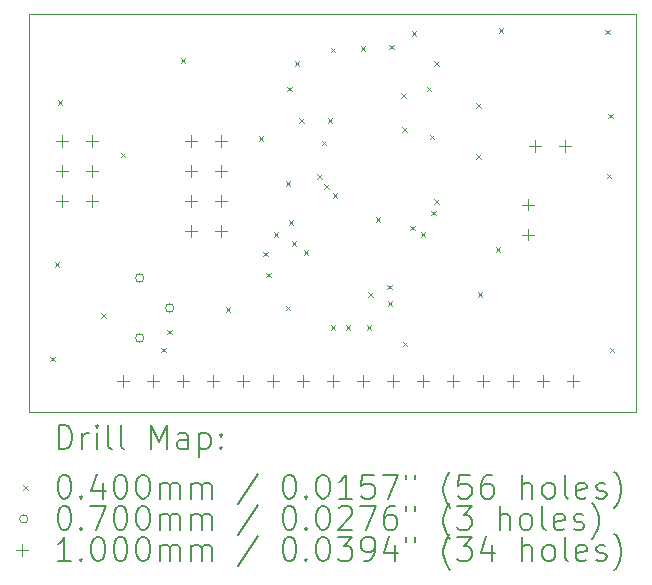
<source format=gbr>
%TF.GenerationSoftware,KiCad,Pcbnew,7.0.7*%
%TF.CreationDate,2023-10-10T15:44:54+02:00*%
%TF.ProjectId,EcranLCD_Schema_V1.2,45637261-6e4c-4434-945f-536368656d61,rev?*%
%TF.SameCoordinates,Original*%
%TF.FileFunction,Drillmap*%
%TF.FilePolarity,Positive*%
%FSLAX45Y45*%
G04 Gerber Fmt 4.5, Leading zero omitted, Abs format (unit mm)*
G04 Created by KiCad (PCBNEW 7.0.7) date 2023-10-10 15:44:54*
%MOMM*%
%LPD*%
G01*
G04 APERTURE LIST*
%ADD10C,0.100000*%
%ADD11C,0.200000*%
%ADD12C,0.040000*%
%ADD13C,0.070000*%
G04 APERTURE END LIST*
D10*
X11239500Y-5346700D02*
X16383000Y-5346700D01*
X16383000Y-8712200D01*
X11239500Y-8712200D01*
X11239500Y-5346700D01*
D11*
D12*
X11422700Y-8247700D02*
X11462700Y-8287700D01*
X11462700Y-8247700D02*
X11422700Y-8287700D01*
X11460800Y-7447600D02*
X11500800Y-7487600D01*
X11500800Y-7447600D02*
X11460800Y-7487600D01*
X11486200Y-6076000D02*
X11526200Y-6116000D01*
X11526200Y-6076000D02*
X11486200Y-6116000D01*
X11854500Y-7879400D02*
X11894500Y-7919400D01*
X11894500Y-7879400D02*
X11854500Y-7919400D01*
X12019600Y-6520500D02*
X12059600Y-6560500D01*
X12059600Y-6520500D02*
X12019600Y-6560500D01*
X12362500Y-8171500D02*
X12402500Y-8211500D01*
X12402500Y-8171500D02*
X12362500Y-8211500D01*
X12413300Y-8019100D02*
X12453300Y-8059100D01*
X12453300Y-8019100D02*
X12413300Y-8059100D01*
X12527600Y-5720400D02*
X12567600Y-5760400D01*
X12567600Y-5720400D02*
X12527600Y-5760400D01*
X12908600Y-7828600D02*
X12948600Y-7868600D01*
X12948600Y-7828600D02*
X12908600Y-7868600D01*
X13188000Y-6380800D02*
X13228000Y-6420800D01*
X13228000Y-6380800D02*
X13188000Y-6420800D01*
X13226100Y-7358700D02*
X13266100Y-7398700D01*
X13266100Y-7358700D02*
X13226100Y-7398700D01*
X13254040Y-7536500D02*
X13294040Y-7576500D01*
X13294040Y-7536500D02*
X13254040Y-7576500D01*
X13315000Y-7193600D02*
X13355000Y-7233600D01*
X13355000Y-7193600D02*
X13315000Y-7233600D01*
X13416600Y-6761800D02*
X13456600Y-6801800D01*
X13456600Y-6761800D02*
X13416600Y-6801800D01*
X13416600Y-7815900D02*
X13456600Y-7855900D01*
X13456600Y-7815900D02*
X13416600Y-7855900D01*
X13429300Y-5961700D02*
X13469300Y-6001700D01*
X13469300Y-5961700D02*
X13429300Y-6001700D01*
X13442000Y-7094366D02*
X13482000Y-7134366D01*
X13482000Y-7094366D02*
X13442000Y-7134366D01*
X13467400Y-7269800D02*
X13507400Y-7309800D01*
X13507400Y-7269800D02*
X13467400Y-7309800D01*
X13492800Y-5745800D02*
X13532800Y-5785800D01*
X13532800Y-5745800D02*
X13492800Y-5785800D01*
X13530900Y-6228400D02*
X13570900Y-6268400D01*
X13570900Y-6228400D02*
X13530900Y-6268400D01*
X13569000Y-7346000D02*
X13609000Y-7386000D01*
X13609000Y-7346000D02*
X13569000Y-7386000D01*
X13684578Y-6704129D02*
X13724578Y-6744129D01*
X13724578Y-6704129D02*
X13684578Y-6744129D01*
X13721400Y-6418900D02*
X13761400Y-6458900D01*
X13761400Y-6418900D02*
X13721400Y-6458900D01*
X13740900Y-6786700D02*
X13780900Y-6826700D01*
X13780900Y-6786700D02*
X13740900Y-6826700D01*
X13772200Y-6228400D02*
X13812200Y-6268400D01*
X13812200Y-6228400D02*
X13772200Y-6268400D01*
X13797600Y-5631500D02*
X13837600Y-5671500D01*
X13837600Y-5631500D02*
X13797600Y-5671500D01*
X13797600Y-7981000D02*
X13837600Y-8021000D01*
X13837600Y-7981000D02*
X13797600Y-8021000D01*
X13813400Y-6866200D02*
X13853400Y-6906200D01*
X13853400Y-6866200D02*
X13813400Y-6906200D01*
X13924600Y-7981000D02*
X13964600Y-8021000D01*
X13964600Y-7981000D02*
X13924600Y-8021000D01*
X14051600Y-5618800D02*
X14091600Y-5658800D01*
X14091600Y-5618800D02*
X14051600Y-5658800D01*
X14102400Y-7981000D02*
X14142400Y-8021000D01*
X14142400Y-7981000D02*
X14102400Y-8021000D01*
X14115100Y-7701600D02*
X14155100Y-7741600D01*
X14155100Y-7701600D02*
X14115100Y-7741600D01*
X14178600Y-7066600D02*
X14218600Y-7106600D01*
X14218600Y-7066600D02*
X14178600Y-7106600D01*
X14276450Y-7638100D02*
X14316450Y-7678100D01*
X14316450Y-7638100D02*
X14276450Y-7678100D01*
X14280200Y-7777800D02*
X14320200Y-7817800D01*
X14320200Y-7777800D02*
X14280200Y-7817800D01*
X14292900Y-5606100D02*
X14332900Y-5646100D01*
X14332900Y-5606100D02*
X14292900Y-5646100D01*
X14397040Y-6015040D02*
X14437040Y-6055040D01*
X14437040Y-6015040D02*
X14397040Y-6055040D01*
X14402120Y-6304600D02*
X14442120Y-6344600D01*
X14442120Y-6304600D02*
X14402120Y-6344600D01*
X14407200Y-8120700D02*
X14447200Y-8160700D01*
X14447200Y-8120700D02*
X14407200Y-8160700D01*
X14470700Y-7139050D02*
X14510700Y-7179050D01*
X14510700Y-7139050D02*
X14470700Y-7179050D01*
X14483400Y-5491800D02*
X14523400Y-5531800D01*
X14523400Y-5491800D02*
X14483400Y-5531800D01*
X14559170Y-7194030D02*
X14599170Y-7234030D01*
X14599170Y-7194030D02*
X14559170Y-7234030D01*
X14610400Y-5961700D02*
X14650400Y-6001700D01*
X14650400Y-5961700D02*
X14610400Y-6001700D01*
X14635800Y-6368100D02*
X14675800Y-6408100D01*
X14675800Y-6368100D02*
X14635800Y-6408100D01*
X14646441Y-7010305D02*
X14686441Y-7050305D01*
X14686441Y-7010305D02*
X14646441Y-7050305D01*
X14673900Y-5745800D02*
X14713900Y-5785800D01*
X14713900Y-5745800D02*
X14673900Y-5785800D01*
X14673900Y-6914200D02*
X14713900Y-6954200D01*
X14713900Y-6914200D02*
X14673900Y-6954200D01*
X15029500Y-6101400D02*
X15069500Y-6141400D01*
X15069500Y-6101400D02*
X15029500Y-6141400D01*
X15029500Y-6533200D02*
X15069500Y-6573200D01*
X15069500Y-6533200D02*
X15029500Y-6573200D01*
X15042200Y-7701600D02*
X15082200Y-7741600D01*
X15082200Y-7701600D02*
X15042200Y-7741600D01*
X15194600Y-7320600D02*
X15234600Y-7360600D01*
X15234600Y-7320600D02*
X15194600Y-7360600D01*
X15220000Y-5466400D02*
X15260000Y-5506400D01*
X15260000Y-5466400D02*
X15220000Y-5506400D01*
X16121700Y-5479100D02*
X16161700Y-5519100D01*
X16161700Y-5479100D02*
X16121700Y-5519100D01*
X16134400Y-6698300D02*
X16174400Y-6738300D01*
X16174400Y-6698300D02*
X16134400Y-6738300D01*
X16147100Y-6190300D02*
X16187100Y-6230300D01*
X16187100Y-6190300D02*
X16147100Y-6230300D01*
X16159800Y-8171500D02*
X16199800Y-8211500D01*
X16199800Y-8171500D02*
X16159800Y-8211500D01*
D13*
X12214300Y-7581900D02*
G75*
G03*
X12214300Y-7581900I-35000J0D01*
G01*
X12214300Y-8089900D02*
G75*
G03*
X12214300Y-8089900I-35000J0D01*
G01*
X12468300Y-7835900D02*
G75*
G03*
X12468300Y-7835900I-35000J0D01*
G01*
D10*
X11522000Y-6372000D02*
X11522000Y-6472000D01*
X11472000Y-6422000D02*
X11572000Y-6422000D01*
X11522000Y-6626000D02*
X11522000Y-6726000D01*
X11472000Y-6676000D02*
X11572000Y-6676000D01*
X11522000Y-6880000D02*
X11522000Y-6980000D01*
X11472000Y-6930000D02*
X11572000Y-6930000D01*
X11776000Y-6372000D02*
X11776000Y-6472000D01*
X11726000Y-6422000D02*
X11826000Y-6422000D01*
X11776000Y-6626000D02*
X11776000Y-6726000D01*
X11726000Y-6676000D02*
X11826000Y-6676000D01*
X11776000Y-6880000D02*
X11776000Y-6980000D01*
X11726000Y-6930000D02*
X11826000Y-6930000D01*
X12039600Y-8403120D02*
X12039600Y-8503120D01*
X11989600Y-8453120D02*
X12089600Y-8453120D01*
X12293600Y-8403120D02*
X12293600Y-8503120D01*
X12243600Y-8453120D02*
X12343600Y-8453120D01*
X12547600Y-8403120D02*
X12547600Y-8503120D01*
X12497600Y-8453120D02*
X12597600Y-8453120D01*
X12614200Y-6372000D02*
X12614200Y-6472000D01*
X12564200Y-6422000D02*
X12664200Y-6422000D01*
X12614200Y-6626000D02*
X12614200Y-6726000D01*
X12564200Y-6676000D02*
X12664200Y-6676000D01*
X12614200Y-6880000D02*
X12614200Y-6980000D01*
X12564200Y-6930000D02*
X12664200Y-6930000D01*
X12614200Y-7134000D02*
X12614200Y-7234000D01*
X12564200Y-7184000D02*
X12664200Y-7184000D01*
X12801600Y-8403120D02*
X12801600Y-8503120D01*
X12751600Y-8453120D02*
X12851600Y-8453120D01*
X12868200Y-6372000D02*
X12868200Y-6472000D01*
X12818200Y-6422000D02*
X12918200Y-6422000D01*
X12868200Y-6626000D02*
X12868200Y-6726000D01*
X12818200Y-6676000D02*
X12918200Y-6676000D01*
X12868200Y-6880000D02*
X12868200Y-6980000D01*
X12818200Y-6930000D02*
X12918200Y-6930000D01*
X12868200Y-7134000D02*
X12868200Y-7234000D01*
X12818200Y-7184000D02*
X12918200Y-7184000D01*
X13055600Y-8403120D02*
X13055600Y-8503120D01*
X13005600Y-8453120D02*
X13105600Y-8453120D01*
X13309600Y-8403120D02*
X13309600Y-8503120D01*
X13259600Y-8453120D02*
X13359600Y-8453120D01*
X13563600Y-8403120D02*
X13563600Y-8503120D01*
X13513600Y-8453120D02*
X13613600Y-8453120D01*
X13817600Y-8403120D02*
X13817600Y-8503120D01*
X13767600Y-8453120D02*
X13867600Y-8453120D01*
X14071600Y-8403120D02*
X14071600Y-8503120D01*
X14021600Y-8453120D02*
X14121600Y-8453120D01*
X14325600Y-8403120D02*
X14325600Y-8503120D01*
X14275600Y-8453120D02*
X14375600Y-8453120D01*
X14579600Y-8403120D02*
X14579600Y-8503120D01*
X14529600Y-8453120D02*
X14629600Y-8453120D01*
X14833600Y-8403120D02*
X14833600Y-8503120D01*
X14783600Y-8453120D02*
X14883600Y-8453120D01*
X15087600Y-8403120D02*
X15087600Y-8503120D01*
X15037600Y-8453120D02*
X15137600Y-8453120D01*
X15341600Y-8403120D02*
X15341600Y-8503120D01*
X15291600Y-8453120D02*
X15391600Y-8453120D01*
X15468600Y-6909600D02*
X15468600Y-7009600D01*
X15418600Y-6959600D02*
X15518600Y-6959600D01*
X15468600Y-7163600D02*
X15468600Y-7263600D01*
X15418600Y-7213600D02*
X15518600Y-7213600D01*
X15529560Y-6416840D02*
X15529560Y-6516840D01*
X15479560Y-6466840D02*
X15579560Y-6466840D01*
X15595600Y-8403120D02*
X15595600Y-8503120D01*
X15545600Y-8453120D02*
X15645600Y-8453120D01*
X15783560Y-6416840D02*
X15783560Y-6516840D01*
X15733560Y-6466840D02*
X15833560Y-6466840D01*
X15849600Y-8403120D02*
X15849600Y-8503120D01*
X15799600Y-8453120D02*
X15899600Y-8453120D01*
D11*
X11495277Y-9028684D02*
X11495277Y-8828684D01*
X11495277Y-8828684D02*
X11542896Y-8828684D01*
X11542896Y-8828684D02*
X11571467Y-8838208D01*
X11571467Y-8838208D02*
X11590515Y-8857255D01*
X11590515Y-8857255D02*
X11600039Y-8876303D01*
X11600039Y-8876303D02*
X11609562Y-8914398D01*
X11609562Y-8914398D02*
X11609562Y-8942970D01*
X11609562Y-8942970D02*
X11600039Y-8981065D01*
X11600039Y-8981065D02*
X11590515Y-9000112D01*
X11590515Y-9000112D02*
X11571467Y-9019160D01*
X11571467Y-9019160D02*
X11542896Y-9028684D01*
X11542896Y-9028684D02*
X11495277Y-9028684D01*
X11695277Y-9028684D02*
X11695277Y-8895350D01*
X11695277Y-8933446D02*
X11704801Y-8914398D01*
X11704801Y-8914398D02*
X11714324Y-8904874D01*
X11714324Y-8904874D02*
X11733372Y-8895350D01*
X11733372Y-8895350D02*
X11752420Y-8895350D01*
X11819086Y-9028684D02*
X11819086Y-8895350D01*
X11819086Y-8828684D02*
X11809562Y-8838208D01*
X11809562Y-8838208D02*
X11819086Y-8847731D01*
X11819086Y-8847731D02*
X11828610Y-8838208D01*
X11828610Y-8838208D02*
X11819086Y-8828684D01*
X11819086Y-8828684D02*
X11819086Y-8847731D01*
X11942896Y-9028684D02*
X11923848Y-9019160D01*
X11923848Y-9019160D02*
X11914324Y-9000112D01*
X11914324Y-9000112D02*
X11914324Y-8828684D01*
X12047658Y-9028684D02*
X12028610Y-9019160D01*
X12028610Y-9019160D02*
X12019086Y-9000112D01*
X12019086Y-9000112D02*
X12019086Y-8828684D01*
X12276229Y-9028684D02*
X12276229Y-8828684D01*
X12276229Y-8828684D02*
X12342896Y-8971541D01*
X12342896Y-8971541D02*
X12409562Y-8828684D01*
X12409562Y-8828684D02*
X12409562Y-9028684D01*
X12590515Y-9028684D02*
X12590515Y-8923922D01*
X12590515Y-8923922D02*
X12580991Y-8904874D01*
X12580991Y-8904874D02*
X12561943Y-8895350D01*
X12561943Y-8895350D02*
X12523848Y-8895350D01*
X12523848Y-8895350D02*
X12504801Y-8904874D01*
X12590515Y-9019160D02*
X12571467Y-9028684D01*
X12571467Y-9028684D02*
X12523848Y-9028684D01*
X12523848Y-9028684D02*
X12504801Y-9019160D01*
X12504801Y-9019160D02*
X12495277Y-9000112D01*
X12495277Y-9000112D02*
X12495277Y-8981065D01*
X12495277Y-8981065D02*
X12504801Y-8962017D01*
X12504801Y-8962017D02*
X12523848Y-8952493D01*
X12523848Y-8952493D02*
X12571467Y-8952493D01*
X12571467Y-8952493D02*
X12590515Y-8942970D01*
X12685753Y-8895350D02*
X12685753Y-9095350D01*
X12685753Y-8904874D02*
X12704801Y-8895350D01*
X12704801Y-8895350D02*
X12742896Y-8895350D01*
X12742896Y-8895350D02*
X12761943Y-8904874D01*
X12761943Y-8904874D02*
X12771467Y-8914398D01*
X12771467Y-8914398D02*
X12780991Y-8933446D01*
X12780991Y-8933446D02*
X12780991Y-8990589D01*
X12780991Y-8990589D02*
X12771467Y-9009636D01*
X12771467Y-9009636D02*
X12761943Y-9019160D01*
X12761943Y-9019160D02*
X12742896Y-9028684D01*
X12742896Y-9028684D02*
X12704801Y-9028684D01*
X12704801Y-9028684D02*
X12685753Y-9019160D01*
X12866705Y-9009636D02*
X12876229Y-9019160D01*
X12876229Y-9019160D02*
X12866705Y-9028684D01*
X12866705Y-9028684D02*
X12857182Y-9019160D01*
X12857182Y-9019160D02*
X12866705Y-9009636D01*
X12866705Y-9009636D02*
X12866705Y-9028684D01*
X12866705Y-8904874D02*
X12876229Y-8914398D01*
X12876229Y-8914398D02*
X12866705Y-8923922D01*
X12866705Y-8923922D02*
X12857182Y-8914398D01*
X12857182Y-8914398D02*
X12866705Y-8904874D01*
X12866705Y-8904874D02*
X12866705Y-8923922D01*
D12*
X11194500Y-9337200D02*
X11234500Y-9377200D01*
X11234500Y-9337200D02*
X11194500Y-9377200D01*
D11*
X11533372Y-9248684D02*
X11552420Y-9248684D01*
X11552420Y-9248684D02*
X11571467Y-9258208D01*
X11571467Y-9258208D02*
X11580991Y-9267731D01*
X11580991Y-9267731D02*
X11590515Y-9286779D01*
X11590515Y-9286779D02*
X11600039Y-9324874D01*
X11600039Y-9324874D02*
X11600039Y-9372493D01*
X11600039Y-9372493D02*
X11590515Y-9410589D01*
X11590515Y-9410589D02*
X11580991Y-9429636D01*
X11580991Y-9429636D02*
X11571467Y-9439160D01*
X11571467Y-9439160D02*
X11552420Y-9448684D01*
X11552420Y-9448684D02*
X11533372Y-9448684D01*
X11533372Y-9448684D02*
X11514324Y-9439160D01*
X11514324Y-9439160D02*
X11504801Y-9429636D01*
X11504801Y-9429636D02*
X11495277Y-9410589D01*
X11495277Y-9410589D02*
X11485753Y-9372493D01*
X11485753Y-9372493D02*
X11485753Y-9324874D01*
X11485753Y-9324874D02*
X11495277Y-9286779D01*
X11495277Y-9286779D02*
X11504801Y-9267731D01*
X11504801Y-9267731D02*
X11514324Y-9258208D01*
X11514324Y-9258208D02*
X11533372Y-9248684D01*
X11685753Y-9429636D02*
X11695277Y-9439160D01*
X11695277Y-9439160D02*
X11685753Y-9448684D01*
X11685753Y-9448684D02*
X11676229Y-9439160D01*
X11676229Y-9439160D02*
X11685753Y-9429636D01*
X11685753Y-9429636D02*
X11685753Y-9448684D01*
X11866705Y-9315350D02*
X11866705Y-9448684D01*
X11819086Y-9239160D02*
X11771467Y-9382017D01*
X11771467Y-9382017D02*
X11895277Y-9382017D01*
X12009562Y-9248684D02*
X12028610Y-9248684D01*
X12028610Y-9248684D02*
X12047658Y-9258208D01*
X12047658Y-9258208D02*
X12057182Y-9267731D01*
X12057182Y-9267731D02*
X12066705Y-9286779D01*
X12066705Y-9286779D02*
X12076229Y-9324874D01*
X12076229Y-9324874D02*
X12076229Y-9372493D01*
X12076229Y-9372493D02*
X12066705Y-9410589D01*
X12066705Y-9410589D02*
X12057182Y-9429636D01*
X12057182Y-9429636D02*
X12047658Y-9439160D01*
X12047658Y-9439160D02*
X12028610Y-9448684D01*
X12028610Y-9448684D02*
X12009562Y-9448684D01*
X12009562Y-9448684D02*
X11990515Y-9439160D01*
X11990515Y-9439160D02*
X11980991Y-9429636D01*
X11980991Y-9429636D02*
X11971467Y-9410589D01*
X11971467Y-9410589D02*
X11961943Y-9372493D01*
X11961943Y-9372493D02*
X11961943Y-9324874D01*
X11961943Y-9324874D02*
X11971467Y-9286779D01*
X11971467Y-9286779D02*
X11980991Y-9267731D01*
X11980991Y-9267731D02*
X11990515Y-9258208D01*
X11990515Y-9258208D02*
X12009562Y-9248684D01*
X12200039Y-9248684D02*
X12219086Y-9248684D01*
X12219086Y-9248684D02*
X12238134Y-9258208D01*
X12238134Y-9258208D02*
X12247658Y-9267731D01*
X12247658Y-9267731D02*
X12257182Y-9286779D01*
X12257182Y-9286779D02*
X12266705Y-9324874D01*
X12266705Y-9324874D02*
X12266705Y-9372493D01*
X12266705Y-9372493D02*
X12257182Y-9410589D01*
X12257182Y-9410589D02*
X12247658Y-9429636D01*
X12247658Y-9429636D02*
X12238134Y-9439160D01*
X12238134Y-9439160D02*
X12219086Y-9448684D01*
X12219086Y-9448684D02*
X12200039Y-9448684D01*
X12200039Y-9448684D02*
X12180991Y-9439160D01*
X12180991Y-9439160D02*
X12171467Y-9429636D01*
X12171467Y-9429636D02*
X12161943Y-9410589D01*
X12161943Y-9410589D02*
X12152420Y-9372493D01*
X12152420Y-9372493D02*
X12152420Y-9324874D01*
X12152420Y-9324874D02*
X12161943Y-9286779D01*
X12161943Y-9286779D02*
X12171467Y-9267731D01*
X12171467Y-9267731D02*
X12180991Y-9258208D01*
X12180991Y-9258208D02*
X12200039Y-9248684D01*
X12352420Y-9448684D02*
X12352420Y-9315350D01*
X12352420Y-9334398D02*
X12361943Y-9324874D01*
X12361943Y-9324874D02*
X12380991Y-9315350D01*
X12380991Y-9315350D02*
X12409563Y-9315350D01*
X12409563Y-9315350D02*
X12428610Y-9324874D01*
X12428610Y-9324874D02*
X12438134Y-9343922D01*
X12438134Y-9343922D02*
X12438134Y-9448684D01*
X12438134Y-9343922D02*
X12447658Y-9324874D01*
X12447658Y-9324874D02*
X12466705Y-9315350D01*
X12466705Y-9315350D02*
X12495277Y-9315350D01*
X12495277Y-9315350D02*
X12514324Y-9324874D01*
X12514324Y-9324874D02*
X12523848Y-9343922D01*
X12523848Y-9343922D02*
X12523848Y-9448684D01*
X12619086Y-9448684D02*
X12619086Y-9315350D01*
X12619086Y-9334398D02*
X12628610Y-9324874D01*
X12628610Y-9324874D02*
X12647658Y-9315350D01*
X12647658Y-9315350D02*
X12676229Y-9315350D01*
X12676229Y-9315350D02*
X12695277Y-9324874D01*
X12695277Y-9324874D02*
X12704801Y-9343922D01*
X12704801Y-9343922D02*
X12704801Y-9448684D01*
X12704801Y-9343922D02*
X12714324Y-9324874D01*
X12714324Y-9324874D02*
X12733372Y-9315350D01*
X12733372Y-9315350D02*
X12761943Y-9315350D01*
X12761943Y-9315350D02*
X12780991Y-9324874D01*
X12780991Y-9324874D02*
X12790515Y-9343922D01*
X12790515Y-9343922D02*
X12790515Y-9448684D01*
X13180991Y-9239160D02*
X13009563Y-9496303D01*
X13438134Y-9248684D02*
X13457182Y-9248684D01*
X13457182Y-9248684D02*
X13476229Y-9258208D01*
X13476229Y-9258208D02*
X13485753Y-9267731D01*
X13485753Y-9267731D02*
X13495277Y-9286779D01*
X13495277Y-9286779D02*
X13504801Y-9324874D01*
X13504801Y-9324874D02*
X13504801Y-9372493D01*
X13504801Y-9372493D02*
X13495277Y-9410589D01*
X13495277Y-9410589D02*
X13485753Y-9429636D01*
X13485753Y-9429636D02*
X13476229Y-9439160D01*
X13476229Y-9439160D02*
X13457182Y-9448684D01*
X13457182Y-9448684D02*
X13438134Y-9448684D01*
X13438134Y-9448684D02*
X13419086Y-9439160D01*
X13419086Y-9439160D02*
X13409563Y-9429636D01*
X13409563Y-9429636D02*
X13400039Y-9410589D01*
X13400039Y-9410589D02*
X13390515Y-9372493D01*
X13390515Y-9372493D02*
X13390515Y-9324874D01*
X13390515Y-9324874D02*
X13400039Y-9286779D01*
X13400039Y-9286779D02*
X13409563Y-9267731D01*
X13409563Y-9267731D02*
X13419086Y-9258208D01*
X13419086Y-9258208D02*
X13438134Y-9248684D01*
X13590515Y-9429636D02*
X13600039Y-9439160D01*
X13600039Y-9439160D02*
X13590515Y-9448684D01*
X13590515Y-9448684D02*
X13580991Y-9439160D01*
X13580991Y-9439160D02*
X13590515Y-9429636D01*
X13590515Y-9429636D02*
X13590515Y-9448684D01*
X13723848Y-9248684D02*
X13742896Y-9248684D01*
X13742896Y-9248684D02*
X13761944Y-9258208D01*
X13761944Y-9258208D02*
X13771467Y-9267731D01*
X13771467Y-9267731D02*
X13780991Y-9286779D01*
X13780991Y-9286779D02*
X13790515Y-9324874D01*
X13790515Y-9324874D02*
X13790515Y-9372493D01*
X13790515Y-9372493D02*
X13780991Y-9410589D01*
X13780991Y-9410589D02*
X13771467Y-9429636D01*
X13771467Y-9429636D02*
X13761944Y-9439160D01*
X13761944Y-9439160D02*
X13742896Y-9448684D01*
X13742896Y-9448684D02*
X13723848Y-9448684D01*
X13723848Y-9448684D02*
X13704801Y-9439160D01*
X13704801Y-9439160D02*
X13695277Y-9429636D01*
X13695277Y-9429636D02*
X13685753Y-9410589D01*
X13685753Y-9410589D02*
X13676229Y-9372493D01*
X13676229Y-9372493D02*
X13676229Y-9324874D01*
X13676229Y-9324874D02*
X13685753Y-9286779D01*
X13685753Y-9286779D02*
X13695277Y-9267731D01*
X13695277Y-9267731D02*
X13704801Y-9258208D01*
X13704801Y-9258208D02*
X13723848Y-9248684D01*
X13980991Y-9448684D02*
X13866706Y-9448684D01*
X13923848Y-9448684D02*
X13923848Y-9248684D01*
X13923848Y-9248684D02*
X13904801Y-9277255D01*
X13904801Y-9277255D02*
X13885753Y-9296303D01*
X13885753Y-9296303D02*
X13866706Y-9305827D01*
X14161944Y-9248684D02*
X14066706Y-9248684D01*
X14066706Y-9248684D02*
X14057182Y-9343922D01*
X14057182Y-9343922D02*
X14066706Y-9334398D01*
X14066706Y-9334398D02*
X14085753Y-9324874D01*
X14085753Y-9324874D02*
X14133372Y-9324874D01*
X14133372Y-9324874D02*
X14152420Y-9334398D01*
X14152420Y-9334398D02*
X14161944Y-9343922D01*
X14161944Y-9343922D02*
X14171467Y-9362970D01*
X14171467Y-9362970D02*
X14171467Y-9410589D01*
X14171467Y-9410589D02*
X14161944Y-9429636D01*
X14161944Y-9429636D02*
X14152420Y-9439160D01*
X14152420Y-9439160D02*
X14133372Y-9448684D01*
X14133372Y-9448684D02*
X14085753Y-9448684D01*
X14085753Y-9448684D02*
X14066706Y-9439160D01*
X14066706Y-9439160D02*
X14057182Y-9429636D01*
X14238134Y-9248684D02*
X14371467Y-9248684D01*
X14371467Y-9248684D02*
X14285753Y-9448684D01*
X14438134Y-9248684D02*
X14438134Y-9286779D01*
X14514325Y-9248684D02*
X14514325Y-9286779D01*
X14809563Y-9524874D02*
X14800039Y-9515350D01*
X14800039Y-9515350D02*
X14780991Y-9486779D01*
X14780991Y-9486779D02*
X14771468Y-9467731D01*
X14771468Y-9467731D02*
X14761944Y-9439160D01*
X14761944Y-9439160D02*
X14752420Y-9391541D01*
X14752420Y-9391541D02*
X14752420Y-9353446D01*
X14752420Y-9353446D02*
X14761944Y-9305827D01*
X14761944Y-9305827D02*
X14771468Y-9277255D01*
X14771468Y-9277255D02*
X14780991Y-9258208D01*
X14780991Y-9258208D02*
X14800039Y-9229636D01*
X14800039Y-9229636D02*
X14809563Y-9220112D01*
X14980991Y-9248684D02*
X14885753Y-9248684D01*
X14885753Y-9248684D02*
X14876229Y-9343922D01*
X14876229Y-9343922D02*
X14885753Y-9334398D01*
X14885753Y-9334398D02*
X14904801Y-9324874D01*
X14904801Y-9324874D02*
X14952420Y-9324874D01*
X14952420Y-9324874D02*
X14971468Y-9334398D01*
X14971468Y-9334398D02*
X14980991Y-9343922D01*
X14980991Y-9343922D02*
X14990515Y-9362970D01*
X14990515Y-9362970D02*
X14990515Y-9410589D01*
X14990515Y-9410589D02*
X14980991Y-9429636D01*
X14980991Y-9429636D02*
X14971468Y-9439160D01*
X14971468Y-9439160D02*
X14952420Y-9448684D01*
X14952420Y-9448684D02*
X14904801Y-9448684D01*
X14904801Y-9448684D02*
X14885753Y-9439160D01*
X14885753Y-9439160D02*
X14876229Y-9429636D01*
X15161944Y-9248684D02*
X15123848Y-9248684D01*
X15123848Y-9248684D02*
X15104801Y-9258208D01*
X15104801Y-9258208D02*
X15095277Y-9267731D01*
X15095277Y-9267731D02*
X15076229Y-9296303D01*
X15076229Y-9296303D02*
X15066706Y-9334398D01*
X15066706Y-9334398D02*
X15066706Y-9410589D01*
X15066706Y-9410589D02*
X15076229Y-9429636D01*
X15076229Y-9429636D02*
X15085753Y-9439160D01*
X15085753Y-9439160D02*
X15104801Y-9448684D01*
X15104801Y-9448684D02*
X15142896Y-9448684D01*
X15142896Y-9448684D02*
X15161944Y-9439160D01*
X15161944Y-9439160D02*
X15171468Y-9429636D01*
X15171468Y-9429636D02*
X15180991Y-9410589D01*
X15180991Y-9410589D02*
X15180991Y-9362970D01*
X15180991Y-9362970D02*
X15171468Y-9343922D01*
X15171468Y-9343922D02*
X15161944Y-9334398D01*
X15161944Y-9334398D02*
X15142896Y-9324874D01*
X15142896Y-9324874D02*
X15104801Y-9324874D01*
X15104801Y-9324874D02*
X15085753Y-9334398D01*
X15085753Y-9334398D02*
X15076229Y-9343922D01*
X15076229Y-9343922D02*
X15066706Y-9362970D01*
X15419087Y-9448684D02*
X15419087Y-9248684D01*
X15504801Y-9448684D02*
X15504801Y-9343922D01*
X15504801Y-9343922D02*
X15495277Y-9324874D01*
X15495277Y-9324874D02*
X15476230Y-9315350D01*
X15476230Y-9315350D02*
X15447658Y-9315350D01*
X15447658Y-9315350D02*
X15428610Y-9324874D01*
X15428610Y-9324874D02*
X15419087Y-9334398D01*
X15628610Y-9448684D02*
X15609563Y-9439160D01*
X15609563Y-9439160D02*
X15600039Y-9429636D01*
X15600039Y-9429636D02*
X15590515Y-9410589D01*
X15590515Y-9410589D02*
X15590515Y-9353446D01*
X15590515Y-9353446D02*
X15600039Y-9334398D01*
X15600039Y-9334398D02*
X15609563Y-9324874D01*
X15609563Y-9324874D02*
X15628610Y-9315350D01*
X15628610Y-9315350D02*
X15657182Y-9315350D01*
X15657182Y-9315350D02*
X15676230Y-9324874D01*
X15676230Y-9324874D02*
X15685753Y-9334398D01*
X15685753Y-9334398D02*
X15695277Y-9353446D01*
X15695277Y-9353446D02*
X15695277Y-9410589D01*
X15695277Y-9410589D02*
X15685753Y-9429636D01*
X15685753Y-9429636D02*
X15676230Y-9439160D01*
X15676230Y-9439160D02*
X15657182Y-9448684D01*
X15657182Y-9448684D02*
X15628610Y-9448684D01*
X15809563Y-9448684D02*
X15790515Y-9439160D01*
X15790515Y-9439160D02*
X15780991Y-9420112D01*
X15780991Y-9420112D02*
X15780991Y-9248684D01*
X15961944Y-9439160D02*
X15942896Y-9448684D01*
X15942896Y-9448684D02*
X15904801Y-9448684D01*
X15904801Y-9448684D02*
X15885753Y-9439160D01*
X15885753Y-9439160D02*
X15876230Y-9420112D01*
X15876230Y-9420112D02*
X15876230Y-9343922D01*
X15876230Y-9343922D02*
X15885753Y-9324874D01*
X15885753Y-9324874D02*
X15904801Y-9315350D01*
X15904801Y-9315350D02*
X15942896Y-9315350D01*
X15942896Y-9315350D02*
X15961944Y-9324874D01*
X15961944Y-9324874D02*
X15971468Y-9343922D01*
X15971468Y-9343922D02*
X15971468Y-9362970D01*
X15971468Y-9362970D02*
X15876230Y-9382017D01*
X16047658Y-9439160D02*
X16066706Y-9448684D01*
X16066706Y-9448684D02*
X16104801Y-9448684D01*
X16104801Y-9448684D02*
X16123849Y-9439160D01*
X16123849Y-9439160D02*
X16133372Y-9420112D01*
X16133372Y-9420112D02*
X16133372Y-9410589D01*
X16133372Y-9410589D02*
X16123849Y-9391541D01*
X16123849Y-9391541D02*
X16104801Y-9382017D01*
X16104801Y-9382017D02*
X16076230Y-9382017D01*
X16076230Y-9382017D02*
X16057182Y-9372493D01*
X16057182Y-9372493D02*
X16047658Y-9353446D01*
X16047658Y-9353446D02*
X16047658Y-9343922D01*
X16047658Y-9343922D02*
X16057182Y-9324874D01*
X16057182Y-9324874D02*
X16076230Y-9315350D01*
X16076230Y-9315350D02*
X16104801Y-9315350D01*
X16104801Y-9315350D02*
X16123849Y-9324874D01*
X16200039Y-9524874D02*
X16209563Y-9515350D01*
X16209563Y-9515350D02*
X16228611Y-9486779D01*
X16228611Y-9486779D02*
X16238134Y-9467731D01*
X16238134Y-9467731D02*
X16247658Y-9439160D01*
X16247658Y-9439160D02*
X16257182Y-9391541D01*
X16257182Y-9391541D02*
X16257182Y-9353446D01*
X16257182Y-9353446D02*
X16247658Y-9305827D01*
X16247658Y-9305827D02*
X16238134Y-9277255D01*
X16238134Y-9277255D02*
X16228611Y-9258208D01*
X16228611Y-9258208D02*
X16209563Y-9229636D01*
X16209563Y-9229636D02*
X16200039Y-9220112D01*
D13*
X11234500Y-9621200D02*
G75*
G03*
X11234500Y-9621200I-35000J0D01*
G01*
D11*
X11533372Y-9512684D02*
X11552420Y-9512684D01*
X11552420Y-9512684D02*
X11571467Y-9522208D01*
X11571467Y-9522208D02*
X11580991Y-9531731D01*
X11580991Y-9531731D02*
X11590515Y-9550779D01*
X11590515Y-9550779D02*
X11600039Y-9588874D01*
X11600039Y-9588874D02*
X11600039Y-9636493D01*
X11600039Y-9636493D02*
X11590515Y-9674589D01*
X11590515Y-9674589D02*
X11580991Y-9693636D01*
X11580991Y-9693636D02*
X11571467Y-9703160D01*
X11571467Y-9703160D02*
X11552420Y-9712684D01*
X11552420Y-9712684D02*
X11533372Y-9712684D01*
X11533372Y-9712684D02*
X11514324Y-9703160D01*
X11514324Y-9703160D02*
X11504801Y-9693636D01*
X11504801Y-9693636D02*
X11495277Y-9674589D01*
X11495277Y-9674589D02*
X11485753Y-9636493D01*
X11485753Y-9636493D02*
X11485753Y-9588874D01*
X11485753Y-9588874D02*
X11495277Y-9550779D01*
X11495277Y-9550779D02*
X11504801Y-9531731D01*
X11504801Y-9531731D02*
X11514324Y-9522208D01*
X11514324Y-9522208D02*
X11533372Y-9512684D01*
X11685753Y-9693636D02*
X11695277Y-9703160D01*
X11695277Y-9703160D02*
X11685753Y-9712684D01*
X11685753Y-9712684D02*
X11676229Y-9703160D01*
X11676229Y-9703160D02*
X11685753Y-9693636D01*
X11685753Y-9693636D02*
X11685753Y-9712684D01*
X11761943Y-9512684D02*
X11895277Y-9512684D01*
X11895277Y-9512684D02*
X11809562Y-9712684D01*
X12009562Y-9512684D02*
X12028610Y-9512684D01*
X12028610Y-9512684D02*
X12047658Y-9522208D01*
X12047658Y-9522208D02*
X12057182Y-9531731D01*
X12057182Y-9531731D02*
X12066705Y-9550779D01*
X12066705Y-9550779D02*
X12076229Y-9588874D01*
X12076229Y-9588874D02*
X12076229Y-9636493D01*
X12076229Y-9636493D02*
X12066705Y-9674589D01*
X12066705Y-9674589D02*
X12057182Y-9693636D01*
X12057182Y-9693636D02*
X12047658Y-9703160D01*
X12047658Y-9703160D02*
X12028610Y-9712684D01*
X12028610Y-9712684D02*
X12009562Y-9712684D01*
X12009562Y-9712684D02*
X11990515Y-9703160D01*
X11990515Y-9703160D02*
X11980991Y-9693636D01*
X11980991Y-9693636D02*
X11971467Y-9674589D01*
X11971467Y-9674589D02*
X11961943Y-9636493D01*
X11961943Y-9636493D02*
X11961943Y-9588874D01*
X11961943Y-9588874D02*
X11971467Y-9550779D01*
X11971467Y-9550779D02*
X11980991Y-9531731D01*
X11980991Y-9531731D02*
X11990515Y-9522208D01*
X11990515Y-9522208D02*
X12009562Y-9512684D01*
X12200039Y-9512684D02*
X12219086Y-9512684D01*
X12219086Y-9512684D02*
X12238134Y-9522208D01*
X12238134Y-9522208D02*
X12247658Y-9531731D01*
X12247658Y-9531731D02*
X12257182Y-9550779D01*
X12257182Y-9550779D02*
X12266705Y-9588874D01*
X12266705Y-9588874D02*
X12266705Y-9636493D01*
X12266705Y-9636493D02*
X12257182Y-9674589D01*
X12257182Y-9674589D02*
X12247658Y-9693636D01*
X12247658Y-9693636D02*
X12238134Y-9703160D01*
X12238134Y-9703160D02*
X12219086Y-9712684D01*
X12219086Y-9712684D02*
X12200039Y-9712684D01*
X12200039Y-9712684D02*
X12180991Y-9703160D01*
X12180991Y-9703160D02*
X12171467Y-9693636D01*
X12171467Y-9693636D02*
X12161943Y-9674589D01*
X12161943Y-9674589D02*
X12152420Y-9636493D01*
X12152420Y-9636493D02*
X12152420Y-9588874D01*
X12152420Y-9588874D02*
X12161943Y-9550779D01*
X12161943Y-9550779D02*
X12171467Y-9531731D01*
X12171467Y-9531731D02*
X12180991Y-9522208D01*
X12180991Y-9522208D02*
X12200039Y-9512684D01*
X12352420Y-9712684D02*
X12352420Y-9579350D01*
X12352420Y-9598398D02*
X12361943Y-9588874D01*
X12361943Y-9588874D02*
X12380991Y-9579350D01*
X12380991Y-9579350D02*
X12409563Y-9579350D01*
X12409563Y-9579350D02*
X12428610Y-9588874D01*
X12428610Y-9588874D02*
X12438134Y-9607922D01*
X12438134Y-9607922D02*
X12438134Y-9712684D01*
X12438134Y-9607922D02*
X12447658Y-9588874D01*
X12447658Y-9588874D02*
X12466705Y-9579350D01*
X12466705Y-9579350D02*
X12495277Y-9579350D01*
X12495277Y-9579350D02*
X12514324Y-9588874D01*
X12514324Y-9588874D02*
X12523848Y-9607922D01*
X12523848Y-9607922D02*
X12523848Y-9712684D01*
X12619086Y-9712684D02*
X12619086Y-9579350D01*
X12619086Y-9598398D02*
X12628610Y-9588874D01*
X12628610Y-9588874D02*
X12647658Y-9579350D01*
X12647658Y-9579350D02*
X12676229Y-9579350D01*
X12676229Y-9579350D02*
X12695277Y-9588874D01*
X12695277Y-9588874D02*
X12704801Y-9607922D01*
X12704801Y-9607922D02*
X12704801Y-9712684D01*
X12704801Y-9607922D02*
X12714324Y-9588874D01*
X12714324Y-9588874D02*
X12733372Y-9579350D01*
X12733372Y-9579350D02*
X12761943Y-9579350D01*
X12761943Y-9579350D02*
X12780991Y-9588874D01*
X12780991Y-9588874D02*
X12790515Y-9607922D01*
X12790515Y-9607922D02*
X12790515Y-9712684D01*
X13180991Y-9503160D02*
X13009563Y-9760303D01*
X13438134Y-9512684D02*
X13457182Y-9512684D01*
X13457182Y-9512684D02*
X13476229Y-9522208D01*
X13476229Y-9522208D02*
X13485753Y-9531731D01*
X13485753Y-9531731D02*
X13495277Y-9550779D01*
X13495277Y-9550779D02*
X13504801Y-9588874D01*
X13504801Y-9588874D02*
X13504801Y-9636493D01*
X13504801Y-9636493D02*
X13495277Y-9674589D01*
X13495277Y-9674589D02*
X13485753Y-9693636D01*
X13485753Y-9693636D02*
X13476229Y-9703160D01*
X13476229Y-9703160D02*
X13457182Y-9712684D01*
X13457182Y-9712684D02*
X13438134Y-9712684D01*
X13438134Y-9712684D02*
X13419086Y-9703160D01*
X13419086Y-9703160D02*
X13409563Y-9693636D01*
X13409563Y-9693636D02*
X13400039Y-9674589D01*
X13400039Y-9674589D02*
X13390515Y-9636493D01*
X13390515Y-9636493D02*
X13390515Y-9588874D01*
X13390515Y-9588874D02*
X13400039Y-9550779D01*
X13400039Y-9550779D02*
X13409563Y-9531731D01*
X13409563Y-9531731D02*
X13419086Y-9522208D01*
X13419086Y-9522208D02*
X13438134Y-9512684D01*
X13590515Y-9693636D02*
X13600039Y-9703160D01*
X13600039Y-9703160D02*
X13590515Y-9712684D01*
X13590515Y-9712684D02*
X13580991Y-9703160D01*
X13580991Y-9703160D02*
X13590515Y-9693636D01*
X13590515Y-9693636D02*
X13590515Y-9712684D01*
X13723848Y-9512684D02*
X13742896Y-9512684D01*
X13742896Y-9512684D02*
X13761944Y-9522208D01*
X13761944Y-9522208D02*
X13771467Y-9531731D01*
X13771467Y-9531731D02*
X13780991Y-9550779D01*
X13780991Y-9550779D02*
X13790515Y-9588874D01*
X13790515Y-9588874D02*
X13790515Y-9636493D01*
X13790515Y-9636493D02*
X13780991Y-9674589D01*
X13780991Y-9674589D02*
X13771467Y-9693636D01*
X13771467Y-9693636D02*
X13761944Y-9703160D01*
X13761944Y-9703160D02*
X13742896Y-9712684D01*
X13742896Y-9712684D02*
X13723848Y-9712684D01*
X13723848Y-9712684D02*
X13704801Y-9703160D01*
X13704801Y-9703160D02*
X13695277Y-9693636D01*
X13695277Y-9693636D02*
X13685753Y-9674589D01*
X13685753Y-9674589D02*
X13676229Y-9636493D01*
X13676229Y-9636493D02*
X13676229Y-9588874D01*
X13676229Y-9588874D02*
X13685753Y-9550779D01*
X13685753Y-9550779D02*
X13695277Y-9531731D01*
X13695277Y-9531731D02*
X13704801Y-9522208D01*
X13704801Y-9522208D02*
X13723848Y-9512684D01*
X13866706Y-9531731D02*
X13876229Y-9522208D01*
X13876229Y-9522208D02*
X13895277Y-9512684D01*
X13895277Y-9512684D02*
X13942896Y-9512684D01*
X13942896Y-9512684D02*
X13961944Y-9522208D01*
X13961944Y-9522208D02*
X13971467Y-9531731D01*
X13971467Y-9531731D02*
X13980991Y-9550779D01*
X13980991Y-9550779D02*
X13980991Y-9569827D01*
X13980991Y-9569827D02*
X13971467Y-9598398D01*
X13971467Y-9598398D02*
X13857182Y-9712684D01*
X13857182Y-9712684D02*
X13980991Y-9712684D01*
X14047658Y-9512684D02*
X14180991Y-9512684D01*
X14180991Y-9512684D02*
X14095277Y-9712684D01*
X14342896Y-9512684D02*
X14304801Y-9512684D01*
X14304801Y-9512684D02*
X14285753Y-9522208D01*
X14285753Y-9522208D02*
X14276229Y-9531731D01*
X14276229Y-9531731D02*
X14257182Y-9560303D01*
X14257182Y-9560303D02*
X14247658Y-9598398D01*
X14247658Y-9598398D02*
X14247658Y-9674589D01*
X14247658Y-9674589D02*
X14257182Y-9693636D01*
X14257182Y-9693636D02*
X14266706Y-9703160D01*
X14266706Y-9703160D02*
X14285753Y-9712684D01*
X14285753Y-9712684D02*
X14323848Y-9712684D01*
X14323848Y-9712684D02*
X14342896Y-9703160D01*
X14342896Y-9703160D02*
X14352420Y-9693636D01*
X14352420Y-9693636D02*
X14361944Y-9674589D01*
X14361944Y-9674589D02*
X14361944Y-9626970D01*
X14361944Y-9626970D02*
X14352420Y-9607922D01*
X14352420Y-9607922D02*
X14342896Y-9598398D01*
X14342896Y-9598398D02*
X14323848Y-9588874D01*
X14323848Y-9588874D02*
X14285753Y-9588874D01*
X14285753Y-9588874D02*
X14266706Y-9598398D01*
X14266706Y-9598398D02*
X14257182Y-9607922D01*
X14257182Y-9607922D02*
X14247658Y-9626970D01*
X14438134Y-9512684D02*
X14438134Y-9550779D01*
X14514325Y-9512684D02*
X14514325Y-9550779D01*
X14809563Y-9788874D02*
X14800039Y-9779350D01*
X14800039Y-9779350D02*
X14780991Y-9750779D01*
X14780991Y-9750779D02*
X14771468Y-9731731D01*
X14771468Y-9731731D02*
X14761944Y-9703160D01*
X14761944Y-9703160D02*
X14752420Y-9655541D01*
X14752420Y-9655541D02*
X14752420Y-9617446D01*
X14752420Y-9617446D02*
X14761944Y-9569827D01*
X14761944Y-9569827D02*
X14771468Y-9541255D01*
X14771468Y-9541255D02*
X14780991Y-9522208D01*
X14780991Y-9522208D02*
X14800039Y-9493636D01*
X14800039Y-9493636D02*
X14809563Y-9484112D01*
X14866706Y-9512684D02*
X14990515Y-9512684D01*
X14990515Y-9512684D02*
X14923848Y-9588874D01*
X14923848Y-9588874D02*
X14952420Y-9588874D01*
X14952420Y-9588874D02*
X14971468Y-9598398D01*
X14971468Y-9598398D02*
X14980991Y-9607922D01*
X14980991Y-9607922D02*
X14990515Y-9626970D01*
X14990515Y-9626970D02*
X14990515Y-9674589D01*
X14990515Y-9674589D02*
X14980991Y-9693636D01*
X14980991Y-9693636D02*
X14971468Y-9703160D01*
X14971468Y-9703160D02*
X14952420Y-9712684D01*
X14952420Y-9712684D02*
X14895277Y-9712684D01*
X14895277Y-9712684D02*
X14876229Y-9703160D01*
X14876229Y-9703160D02*
X14866706Y-9693636D01*
X15228610Y-9712684D02*
X15228610Y-9512684D01*
X15314325Y-9712684D02*
X15314325Y-9607922D01*
X15314325Y-9607922D02*
X15304801Y-9588874D01*
X15304801Y-9588874D02*
X15285753Y-9579350D01*
X15285753Y-9579350D02*
X15257182Y-9579350D01*
X15257182Y-9579350D02*
X15238134Y-9588874D01*
X15238134Y-9588874D02*
X15228610Y-9598398D01*
X15438134Y-9712684D02*
X15419087Y-9703160D01*
X15419087Y-9703160D02*
X15409563Y-9693636D01*
X15409563Y-9693636D02*
X15400039Y-9674589D01*
X15400039Y-9674589D02*
X15400039Y-9617446D01*
X15400039Y-9617446D02*
X15409563Y-9598398D01*
X15409563Y-9598398D02*
X15419087Y-9588874D01*
X15419087Y-9588874D02*
X15438134Y-9579350D01*
X15438134Y-9579350D02*
X15466706Y-9579350D01*
X15466706Y-9579350D02*
X15485753Y-9588874D01*
X15485753Y-9588874D02*
X15495277Y-9598398D01*
X15495277Y-9598398D02*
X15504801Y-9617446D01*
X15504801Y-9617446D02*
X15504801Y-9674589D01*
X15504801Y-9674589D02*
X15495277Y-9693636D01*
X15495277Y-9693636D02*
X15485753Y-9703160D01*
X15485753Y-9703160D02*
X15466706Y-9712684D01*
X15466706Y-9712684D02*
X15438134Y-9712684D01*
X15619087Y-9712684D02*
X15600039Y-9703160D01*
X15600039Y-9703160D02*
X15590515Y-9684112D01*
X15590515Y-9684112D02*
X15590515Y-9512684D01*
X15771468Y-9703160D02*
X15752420Y-9712684D01*
X15752420Y-9712684D02*
X15714325Y-9712684D01*
X15714325Y-9712684D02*
X15695277Y-9703160D01*
X15695277Y-9703160D02*
X15685753Y-9684112D01*
X15685753Y-9684112D02*
X15685753Y-9607922D01*
X15685753Y-9607922D02*
X15695277Y-9588874D01*
X15695277Y-9588874D02*
X15714325Y-9579350D01*
X15714325Y-9579350D02*
X15752420Y-9579350D01*
X15752420Y-9579350D02*
X15771468Y-9588874D01*
X15771468Y-9588874D02*
X15780991Y-9607922D01*
X15780991Y-9607922D02*
X15780991Y-9626970D01*
X15780991Y-9626970D02*
X15685753Y-9646017D01*
X15857182Y-9703160D02*
X15876230Y-9712684D01*
X15876230Y-9712684D02*
X15914325Y-9712684D01*
X15914325Y-9712684D02*
X15933372Y-9703160D01*
X15933372Y-9703160D02*
X15942896Y-9684112D01*
X15942896Y-9684112D02*
X15942896Y-9674589D01*
X15942896Y-9674589D02*
X15933372Y-9655541D01*
X15933372Y-9655541D02*
X15914325Y-9646017D01*
X15914325Y-9646017D02*
X15885753Y-9646017D01*
X15885753Y-9646017D02*
X15866706Y-9636493D01*
X15866706Y-9636493D02*
X15857182Y-9617446D01*
X15857182Y-9617446D02*
X15857182Y-9607922D01*
X15857182Y-9607922D02*
X15866706Y-9588874D01*
X15866706Y-9588874D02*
X15885753Y-9579350D01*
X15885753Y-9579350D02*
X15914325Y-9579350D01*
X15914325Y-9579350D02*
X15933372Y-9588874D01*
X16009563Y-9788874D02*
X16019087Y-9779350D01*
X16019087Y-9779350D02*
X16038134Y-9750779D01*
X16038134Y-9750779D02*
X16047658Y-9731731D01*
X16047658Y-9731731D02*
X16057182Y-9703160D01*
X16057182Y-9703160D02*
X16066706Y-9655541D01*
X16066706Y-9655541D02*
X16066706Y-9617446D01*
X16066706Y-9617446D02*
X16057182Y-9569827D01*
X16057182Y-9569827D02*
X16047658Y-9541255D01*
X16047658Y-9541255D02*
X16038134Y-9522208D01*
X16038134Y-9522208D02*
X16019087Y-9493636D01*
X16019087Y-9493636D02*
X16009563Y-9484112D01*
D10*
X11184500Y-9835200D02*
X11184500Y-9935200D01*
X11134500Y-9885200D02*
X11234500Y-9885200D01*
D11*
X11600039Y-9976684D02*
X11485753Y-9976684D01*
X11542896Y-9976684D02*
X11542896Y-9776684D01*
X11542896Y-9776684D02*
X11523848Y-9805255D01*
X11523848Y-9805255D02*
X11504801Y-9824303D01*
X11504801Y-9824303D02*
X11485753Y-9833827D01*
X11685753Y-9957636D02*
X11695277Y-9967160D01*
X11695277Y-9967160D02*
X11685753Y-9976684D01*
X11685753Y-9976684D02*
X11676229Y-9967160D01*
X11676229Y-9967160D02*
X11685753Y-9957636D01*
X11685753Y-9957636D02*
X11685753Y-9976684D01*
X11819086Y-9776684D02*
X11838134Y-9776684D01*
X11838134Y-9776684D02*
X11857182Y-9786208D01*
X11857182Y-9786208D02*
X11866705Y-9795731D01*
X11866705Y-9795731D02*
X11876229Y-9814779D01*
X11876229Y-9814779D02*
X11885753Y-9852874D01*
X11885753Y-9852874D02*
X11885753Y-9900493D01*
X11885753Y-9900493D02*
X11876229Y-9938589D01*
X11876229Y-9938589D02*
X11866705Y-9957636D01*
X11866705Y-9957636D02*
X11857182Y-9967160D01*
X11857182Y-9967160D02*
X11838134Y-9976684D01*
X11838134Y-9976684D02*
X11819086Y-9976684D01*
X11819086Y-9976684D02*
X11800039Y-9967160D01*
X11800039Y-9967160D02*
X11790515Y-9957636D01*
X11790515Y-9957636D02*
X11780991Y-9938589D01*
X11780991Y-9938589D02*
X11771467Y-9900493D01*
X11771467Y-9900493D02*
X11771467Y-9852874D01*
X11771467Y-9852874D02*
X11780991Y-9814779D01*
X11780991Y-9814779D02*
X11790515Y-9795731D01*
X11790515Y-9795731D02*
X11800039Y-9786208D01*
X11800039Y-9786208D02*
X11819086Y-9776684D01*
X12009562Y-9776684D02*
X12028610Y-9776684D01*
X12028610Y-9776684D02*
X12047658Y-9786208D01*
X12047658Y-9786208D02*
X12057182Y-9795731D01*
X12057182Y-9795731D02*
X12066705Y-9814779D01*
X12066705Y-9814779D02*
X12076229Y-9852874D01*
X12076229Y-9852874D02*
X12076229Y-9900493D01*
X12076229Y-9900493D02*
X12066705Y-9938589D01*
X12066705Y-9938589D02*
X12057182Y-9957636D01*
X12057182Y-9957636D02*
X12047658Y-9967160D01*
X12047658Y-9967160D02*
X12028610Y-9976684D01*
X12028610Y-9976684D02*
X12009562Y-9976684D01*
X12009562Y-9976684D02*
X11990515Y-9967160D01*
X11990515Y-9967160D02*
X11980991Y-9957636D01*
X11980991Y-9957636D02*
X11971467Y-9938589D01*
X11971467Y-9938589D02*
X11961943Y-9900493D01*
X11961943Y-9900493D02*
X11961943Y-9852874D01*
X11961943Y-9852874D02*
X11971467Y-9814779D01*
X11971467Y-9814779D02*
X11980991Y-9795731D01*
X11980991Y-9795731D02*
X11990515Y-9786208D01*
X11990515Y-9786208D02*
X12009562Y-9776684D01*
X12200039Y-9776684D02*
X12219086Y-9776684D01*
X12219086Y-9776684D02*
X12238134Y-9786208D01*
X12238134Y-9786208D02*
X12247658Y-9795731D01*
X12247658Y-9795731D02*
X12257182Y-9814779D01*
X12257182Y-9814779D02*
X12266705Y-9852874D01*
X12266705Y-9852874D02*
X12266705Y-9900493D01*
X12266705Y-9900493D02*
X12257182Y-9938589D01*
X12257182Y-9938589D02*
X12247658Y-9957636D01*
X12247658Y-9957636D02*
X12238134Y-9967160D01*
X12238134Y-9967160D02*
X12219086Y-9976684D01*
X12219086Y-9976684D02*
X12200039Y-9976684D01*
X12200039Y-9976684D02*
X12180991Y-9967160D01*
X12180991Y-9967160D02*
X12171467Y-9957636D01*
X12171467Y-9957636D02*
X12161943Y-9938589D01*
X12161943Y-9938589D02*
X12152420Y-9900493D01*
X12152420Y-9900493D02*
X12152420Y-9852874D01*
X12152420Y-9852874D02*
X12161943Y-9814779D01*
X12161943Y-9814779D02*
X12171467Y-9795731D01*
X12171467Y-9795731D02*
X12180991Y-9786208D01*
X12180991Y-9786208D02*
X12200039Y-9776684D01*
X12352420Y-9976684D02*
X12352420Y-9843350D01*
X12352420Y-9862398D02*
X12361943Y-9852874D01*
X12361943Y-9852874D02*
X12380991Y-9843350D01*
X12380991Y-9843350D02*
X12409563Y-9843350D01*
X12409563Y-9843350D02*
X12428610Y-9852874D01*
X12428610Y-9852874D02*
X12438134Y-9871922D01*
X12438134Y-9871922D02*
X12438134Y-9976684D01*
X12438134Y-9871922D02*
X12447658Y-9852874D01*
X12447658Y-9852874D02*
X12466705Y-9843350D01*
X12466705Y-9843350D02*
X12495277Y-9843350D01*
X12495277Y-9843350D02*
X12514324Y-9852874D01*
X12514324Y-9852874D02*
X12523848Y-9871922D01*
X12523848Y-9871922D02*
X12523848Y-9976684D01*
X12619086Y-9976684D02*
X12619086Y-9843350D01*
X12619086Y-9862398D02*
X12628610Y-9852874D01*
X12628610Y-9852874D02*
X12647658Y-9843350D01*
X12647658Y-9843350D02*
X12676229Y-9843350D01*
X12676229Y-9843350D02*
X12695277Y-9852874D01*
X12695277Y-9852874D02*
X12704801Y-9871922D01*
X12704801Y-9871922D02*
X12704801Y-9976684D01*
X12704801Y-9871922D02*
X12714324Y-9852874D01*
X12714324Y-9852874D02*
X12733372Y-9843350D01*
X12733372Y-9843350D02*
X12761943Y-9843350D01*
X12761943Y-9843350D02*
X12780991Y-9852874D01*
X12780991Y-9852874D02*
X12790515Y-9871922D01*
X12790515Y-9871922D02*
X12790515Y-9976684D01*
X13180991Y-9767160D02*
X13009563Y-10024303D01*
X13438134Y-9776684D02*
X13457182Y-9776684D01*
X13457182Y-9776684D02*
X13476229Y-9786208D01*
X13476229Y-9786208D02*
X13485753Y-9795731D01*
X13485753Y-9795731D02*
X13495277Y-9814779D01*
X13495277Y-9814779D02*
X13504801Y-9852874D01*
X13504801Y-9852874D02*
X13504801Y-9900493D01*
X13504801Y-9900493D02*
X13495277Y-9938589D01*
X13495277Y-9938589D02*
X13485753Y-9957636D01*
X13485753Y-9957636D02*
X13476229Y-9967160D01*
X13476229Y-9967160D02*
X13457182Y-9976684D01*
X13457182Y-9976684D02*
X13438134Y-9976684D01*
X13438134Y-9976684D02*
X13419086Y-9967160D01*
X13419086Y-9967160D02*
X13409563Y-9957636D01*
X13409563Y-9957636D02*
X13400039Y-9938589D01*
X13400039Y-9938589D02*
X13390515Y-9900493D01*
X13390515Y-9900493D02*
X13390515Y-9852874D01*
X13390515Y-9852874D02*
X13400039Y-9814779D01*
X13400039Y-9814779D02*
X13409563Y-9795731D01*
X13409563Y-9795731D02*
X13419086Y-9786208D01*
X13419086Y-9786208D02*
X13438134Y-9776684D01*
X13590515Y-9957636D02*
X13600039Y-9967160D01*
X13600039Y-9967160D02*
X13590515Y-9976684D01*
X13590515Y-9976684D02*
X13580991Y-9967160D01*
X13580991Y-9967160D02*
X13590515Y-9957636D01*
X13590515Y-9957636D02*
X13590515Y-9976684D01*
X13723848Y-9776684D02*
X13742896Y-9776684D01*
X13742896Y-9776684D02*
X13761944Y-9786208D01*
X13761944Y-9786208D02*
X13771467Y-9795731D01*
X13771467Y-9795731D02*
X13780991Y-9814779D01*
X13780991Y-9814779D02*
X13790515Y-9852874D01*
X13790515Y-9852874D02*
X13790515Y-9900493D01*
X13790515Y-9900493D02*
X13780991Y-9938589D01*
X13780991Y-9938589D02*
X13771467Y-9957636D01*
X13771467Y-9957636D02*
X13761944Y-9967160D01*
X13761944Y-9967160D02*
X13742896Y-9976684D01*
X13742896Y-9976684D02*
X13723848Y-9976684D01*
X13723848Y-9976684D02*
X13704801Y-9967160D01*
X13704801Y-9967160D02*
X13695277Y-9957636D01*
X13695277Y-9957636D02*
X13685753Y-9938589D01*
X13685753Y-9938589D02*
X13676229Y-9900493D01*
X13676229Y-9900493D02*
X13676229Y-9852874D01*
X13676229Y-9852874D02*
X13685753Y-9814779D01*
X13685753Y-9814779D02*
X13695277Y-9795731D01*
X13695277Y-9795731D02*
X13704801Y-9786208D01*
X13704801Y-9786208D02*
X13723848Y-9776684D01*
X13857182Y-9776684D02*
X13980991Y-9776684D01*
X13980991Y-9776684D02*
X13914325Y-9852874D01*
X13914325Y-9852874D02*
X13942896Y-9852874D01*
X13942896Y-9852874D02*
X13961944Y-9862398D01*
X13961944Y-9862398D02*
X13971467Y-9871922D01*
X13971467Y-9871922D02*
X13980991Y-9890970D01*
X13980991Y-9890970D02*
X13980991Y-9938589D01*
X13980991Y-9938589D02*
X13971467Y-9957636D01*
X13971467Y-9957636D02*
X13961944Y-9967160D01*
X13961944Y-9967160D02*
X13942896Y-9976684D01*
X13942896Y-9976684D02*
X13885753Y-9976684D01*
X13885753Y-9976684D02*
X13866706Y-9967160D01*
X13866706Y-9967160D02*
X13857182Y-9957636D01*
X14076229Y-9976684D02*
X14114325Y-9976684D01*
X14114325Y-9976684D02*
X14133372Y-9967160D01*
X14133372Y-9967160D02*
X14142896Y-9957636D01*
X14142896Y-9957636D02*
X14161944Y-9929065D01*
X14161944Y-9929065D02*
X14171467Y-9890970D01*
X14171467Y-9890970D02*
X14171467Y-9814779D01*
X14171467Y-9814779D02*
X14161944Y-9795731D01*
X14161944Y-9795731D02*
X14152420Y-9786208D01*
X14152420Y-9786208D02*
X14133372Y-9776684D01*
X14133372Y-9776684D02*
X14095277Y-9776684D01*
X14095277Y-9776684D02*
X14076229Y-9786208D01*
X14076229Y-9786208D02*
X14066706Y-9795731D01*
X14066706Y-9795731D02*
X14057182Y-9814779D01*
X14057182Y-9814779D02*
X14057182Y-9862398D01*
X14057182Y-9862398D02*
X14066706Y-9881446D01*
X14066706Y-9881446D02*
X14076229Y-9890970D01*
X14076229Y-9890970D02*
X14095277Y-9900493D01*
X14095277Y-9900493D02*
X14133372Y-9900493D01*
X14133372Y-9900493D02*
X14152420Y-9890970D01*
X14152420Y-9890970D02*
X14161944Y-9881446D01*
X14161944Y-9881446D02*
X14171467Y-9862398D01*
X14342896Y-9843350D02*
X14342896Y-9976684D01*
X14295277Y-9767160D02*
X14247658Y-9910017D01*
X14247658Y-9910017D02*
X14371467Y-9910017D01*
X14438134Y-9776684D02*
X14438134Y-9814779D01*
X14514325Y-9776684D02*
X14514325Y-9814779D01*
X14809563Y-10052874D02*
X14800039Y-10043350D01*
X14800039Y-10043350D02*
X14780991Y-10014779D01*
X14780991Y-10014779D02*
X14771468Y-9995731D01*
X14771468Y-9995731D02*
X14761944Y-9967160D01*
X14761944Y-9967160D02*
X14752420Y-9919541D01*
X14752420Y-9919541D02*
X14752420Y-9881446D01*
X14752420Y-9881446D02*
X14761944Y-9833827D01*
X14761944Y-9833827D02*
X14771468Y-9805255D01*
X14771468Y-9805255D02*
X14780991Y-9786208D01*
X14780991Y-9786208D02*
X14800039Y-9757636D01*
X14800039Y-9757636D02*
X14809563Y-9748112D01*
X14866706Y-9776684D02*
X14990515Y-9776684D01*
X14990515Y-9776684D02*
X14923848Y-9852874D01*
X14923848Y-9852874D02*
X14952420Y-9852874D01*
X14952420Y-9852874D02*
X14971468Y-9862398D01*
X14971468Y-9862398D02*
X14980991Y-9871922D01*
X14980991Y-9871922D02*
X14990515Y-9890970D01*
X14990515Y-9890970D02*
X14990515Y-9938589D01*
X14990515Y-9938589D02*
X14980991Y-9957636D01*
X14980991Y-9957636D02*
X14971468Y-9967160D01*
X14971468Y-9967160D02*
X14952420Y-9976684D01*
X14952420Y-9976684D02*
X14895277Y-9976684D01*
X14895277Y-9976684D02*
X14876229Y-9967160D01*
X14876229Y-9967160D02*
X14866706Y-9957636D01*
X15161944Y-9843350D02*
X15161944Y-9976684D01*
X15114325Y-9767160D02*
X15066706Y-9910017D01*
X15066706Y-9910017D02*
X15190515Y-9910017D01*
X15419087Y-9976684D02*
X15419087Y-9776684D01*
X15504801Y-9976684D02*
X15504801Y-9871922D01*
X15504801Y-9871922D02*
X15495277Y-9852874D01*
X15495277Y-9852874D02*
X15476230Y-9843350D01*
X15476230Y-9843350D02*
X15447658Y-9843350D01*
X15447658Y-9843350D02*
X15428610Y-9852874D01*
X15428610Y-9852874D02*
X15419087Y-9862398D01*
X15628610Y-9976684D02*
X15609563Y-9967160D01*
X15609563Y-9967160D02*
X15600039Y-9957636D01*
X15600039Y-9957636D02*
X15590515Y-9938589D01*
X15590515Y-9938589D02*
X15590515Y-9881446D01*
X15590515Y-9881446D02*
X15600039Y-9862398D01*
X15600039Y-9862398D02*
X15609563Y-9852874D01*
X15609563Y-9852874D02*
X15628610Y-9843350D01*
X15628610Y-9843350D02*
X15657182Y-9843350D01*
X15657182Y-9843350D02*
X15676230Y-9852874D01*
X15676230Y-9852874D02*
X15685753Y-9862398D01*
X15685753Y-9862398D02*
X15695277Y-9881446D01*
X15695277Y-9881446D02*
X15695277Y-9938589D01*
X15695277Y-9938589D02*
X15685753Y-9957636D01*
X15685753Y-9957636D02*
X15676230Y-9967160D01*
X15676230Y-9967160D02*
X15657182Y-9976684D01*
X15657182Y-9976684D02*
X15628610Y-9976684D01*
X15809563Y-9976684D02*
X15790515Y-9967160D01*
X15790515Y-9967160D02*
X15780991Y-9948112D01*
X15780991Y-9948112D02*
X15780991Y-9776684D01*
X15961944Y-9967160D02*
X15942896Y-9976684D01*
X15942896Y-9976684D02*
X15904801Y-9976684D01*
X15904801Y-9976684D02*
X15885753Y-9967160D01*
X15885753Y-9967160D02*
X15876230Y-9948112D01*
X15876230Y-9948112D02*
X15876230Y-9871922D01*
X15876230Y-9871922D02*
X15885753Y-9852874D01*
X15885753Y-9852874D02*
X15904801Y-9843350D01*
X15904801Y-9843350D02*
X15942896Y-9843350D01*
X15942896Y-9843350D02*
X15961944Y-9852874D01*
X15961944Y-9852874D02*
X15971468Y-9871922D01*
X15971468Y-9871922D02*
X15971468Y-9890970D01*
X15971468Y-9890970D02*
X15876230Y-9910017D01*
X16047658Y-9967160D02*
X16066706Y-9976684D01*
X16066706Y-9976684D02*
X16104801Y-9976684D01*
X16104801Y-9976684D02*
X16123849Y-9967160D01*
X16123849Y-9967160D02*
X16133372Y-9948112D01*
X16133372Y-9948112D02*
X16133372Y-9938589D01*
X16133372Y-9938589D02*
X16123849Y-9919541D01*
X16123849Y-9919541D02*
X16104801Y-9910017D01*
X16104801Y-9910017D02*
X16076230Y-9910017D01*
X16076230Y-9910017D02*
X16057182Y-9900493D01*
X16057182Y-9900493D02*
X16047658Y-9881446D01*
X16047658Y-9881446D02*
X16047658Y-9871922D01*
X16047658Y-9871922D02*
X16057182Y-9852874D01*
X16057182Y-9852874D02*
X16076230Y-9843350D01*
X16076230Y-9843350D02*
X16104801Y-9843350D01*
X16104801Y-9843350D02*
X16123849Y-9852874D01*
X16200039Y-10052874D02*
X16209563Y-10043350D01*
X16209563Y-10043350D02*
X16228611Y-10014779D01*
X16228611Y-10014779D02*
X16238134Y-9995731D01*
X16238134Y-9995731D02*
X16247658Y-9967160D01*
X16247658Y-9967160D02*
X16257182Y-9919541D01*
X16257182Y-9919541D02*
X16257182Y-9881446D01*
X16257182Y-9881446D02*
X16247658Y-9833827D01*
X16247658Y-9833827D02*
X16238134Y-9805255D01*
X16238134Y-9805255D02*
X16228611Y-9786208D01*
X16228611Y-9786208D02*
X16209563Y-9757636D01*
X16209563Y-9757636D02*
X16200039Y-9748112D01*
M02*

</source>
